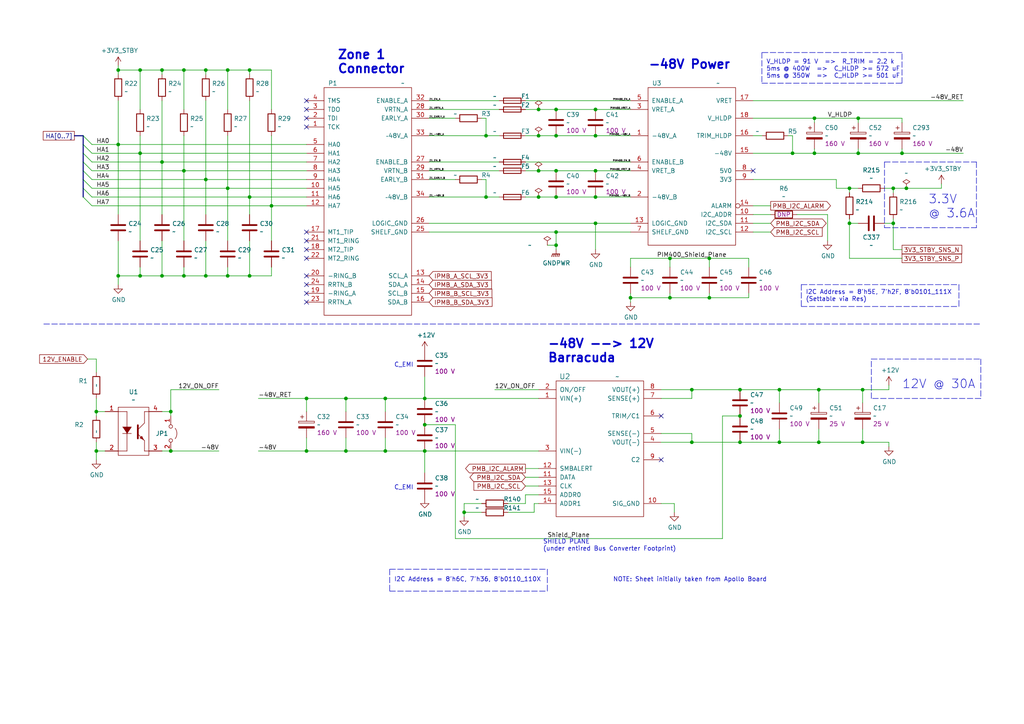
<source format=kicad_sch>
(kicad_sch (version 20211123) (generator eeschema)
  (paper "A4")
  (title_block (title "ATCA ZynqMP") (date "2020-08-20") (rev "v2.0") (company "Karlsruhe Institute of Technology (KIT) & São Paulo Research and Analysis Center (SPRACE)") (comment 1 "Luis Ardila, Oliver Sander, Luigi Calligaris, & André Cascadan"))
  (lib_symbols
    (symbol "Device:C" (pin_numbers hide) (pin_names (offset 0.254))
      (property "Reference" "C" (at 0.635 2.54 0))
      (property "Value" "C" (at 0.635 -2.54 0))
      (symbol "C_1_1"
        (pin passive line (at 0 3.81 270) (length 2.794) (name "~") (number "1"))
        (pin passive line (at 0 -3.81 90) (length 2.794) (name "~") (number "2"))
      )
    )
    (symbol "Device:C_Polarized" (pin_numbers hide) (pin_names (offset 0.254))
      (property "Reference" "C" (at 0.635 2.54 0))
      (property "Value" "C_Polarized" (at 0.635 -2.54 0))
      (symbol "C_Polarized_1_1"
        (pin passive line (at 0 3.81 270) (length 2.794) (name "~") (number "1"))
        (pin passive line (at 0 -3.81 90) (length 2.794) (name "~") (number "2"))
      )
    )
    (symbol "Device:Fuse" (pin_numbers hide) (pin_names (offset 0))
      (property "Reference" "F" (at 2.032 0 90))
      (property "Value" "Fuse" (at -1.905 0 90))
      (symbol "Fuse_1_1"
        (pin passive line (at 0 3.81 270) (length 1.27) (name "~") (number "1"))
        (pin passive line (at 0 -3.81 90) (length 1.27) (name "~") (number "2"))
      )
    )
    (symbol "Device:R" (pin_numbers hide) (pin_names (offset 0))
      (property "Reference" "R" (at 2.032 0 90))
      (property "Value" "R" (at 0 0 90))
      (symbol "R_1_1"
        (pin passive line (at 0 3.81 270) (length 1.27) (name "~") (number "1"))
        (pin passive line (at 0 -3.81 90) (length 1.27) (name "~") (number "2"))
      )
    )
    (symbol "Jumper:Jumper_2_Open" (pin_names (offset 0) hide)
      (property "Reference" "JP" (at 0 2.794 0))
      (property "Value" "Jumper_2_Open" (at 0 -2.286 0))
      (symbol "Jumper_2_Open_1_1"
        (pin passive line (at -5.08 0 0) (length 2.54) (name "A") (number "1"))
        (pin passive line (at 5.08 0 180) (length 2.54) (name "B") (number "2"))
      )
    )
    (symbol "KIT_Connector:TE_176650X-1" (pin_names (offset 1.016))
      (property "Reference" "P10" (at -11.43 -38.1 0))
      (property "Value" "TE_176650X-1" (at 0 -34.29 0))
      (symbol "TE_176650X-1_1_1"
        (pin output line (at -17.78 19.05 0) (length 5.08) (name "TCK") (number "1"))
        (pin output line (at -17.78 1.27 0) (length 5.08) (name "HA5") (number "10"))
        (pin output line (at -17.78 -1.27 0) (length 5.08) (name "HA6") (number "11"))
        (pin output line (at -17.78 -3.81 0) (length 5.08) (name "HA7") (number "12"))
        (pin bidirectional line (at 17.78 -24.13 180) (length 5.08) (name "SCL_A") (number "13"))
        (pin bidirectional line (at 17.78 -26.67 180) (length 5.08) (name "SDA_A") (number "14"))
        (pin bidirectional line (at 17.78 -29.21 180) (length 5.08) (name "SCL_B") (number "15"))
        (pin bidirectional line (at 17.78 -31.75 180) (length 5.08) (name "SDA_B") (number "16"))
        (pin unspecified line (at -17.78 -11.43 0) (length 5.08) (name "MT1_TIP") (number "17"))
        (pin unspecified line (at -17.78 -16.51 0) (length 5.08) (name "MT2_TIP") (number "18"))
        (pin power_out line (at -17.78 -29.21 0) (length 5.08) (name "-RING_A") (number "19"))
        (pin output line (at -17.78 21.59 0) (length 5.08) (name "TDI") (number "2"))
        (pin power_out line (at -17.78 -24.13 0) (length 5.08) (name "-RING_B") (number "20"))
        (pin unspecified line (at -17.78 -13.97 0) (length 5.08) (name "MT1_RING") (number "21"))
        (pin unspecified line (at -17.78 -19.05 0) (length 5.08) (name "MT2_RING") (number "22"))
        (pin power_out line (at -17.78 -31.75 0) (length 5.08) (name "RRTN_A") (number "23"))
        (pin power_out line (at -17.78 -26.67 0) (length 5.08) (name "RRTN_B") (number "24"))
        (pin passive line (at 17.78 -11.43 180) (length 5.08) (name "SHELF_GND") (number "25"))
        (pin passive line (at 17.78 -8.89 180) (length 5.08) (name "LOGIC_GND") (number "26"))
        (pin input line (at 17.78 8.89 180) (length 5.08) (name "ENABLE_B") (number "27"))
        (pin power_out line (at 17.78 24.13 180) (length 5.08) (name "VRTN_A") (number "28"))
        (pin power_out line (at 17.78 6.35 180) (length 5.08) (name "VRTN_B") (number "29"))
        (pin input line (at -17.78 24.13 0) (length 5.08) (name "TDO") (number "3"))
        (pin power_out line (at 17.78 21.59 180) (length 5.08) (name "EARLY_A") (number "30"))
        (pin power_out line (at 17.78 3.81 180) (length 5.08) (name "EARLY_B") (number "31"))
        (pin input line (at 17.78 26.67 180) (length 5.08) (name "ENABLE_A") (number "32"))
        (pin power_out line (at 17.78 16.51 180) (length 5.08) (name "–48V_A") (number "33"))
        (pin power_out line (at 17.78 -1.27 180) (length 5.08) (name "–48V_B") (number "34"))
        (pin output line (at -17.78 26.67 0) (length 5.08) (name "TMS") (number "4"))
        (pin output line (at -17.78 13.97 0) (length 5.08) (name "HA0") (number "5"))
        (pin output line (at -17.78 11.43 0) (length 5.08) (name "HA1") (number "6"))
        (pin output line (at -17.78 8.89 0) (length 5.08) (name "HA2") (number "7"))
        (pin output line (at -17.78 6.35 0) (length 5.08) (name "HA3") (number "8"))
        (pin output line (at -17.78 3.81 0) (length 5.08) (name "HA4") (number "9"))
      )
    )
    (symbol "KIT_Converter_DCDC:PIM400KZ" (pin_names (offset 1.016))
      (property "Reference" "U" (at 12.7 26.67 0))
      (property "Value" "PIM400KZ" (at 6.35 -25.4 0))
      (symbol "PIM400KZ_1_1"
        (pin power_in line (at -17.78 5.08 0) (length 5.08) (name "-48V_A") (number "1"))
        (pin input line (at 17.78 -17.78 180) (length 5.08) (name "I2C_ADDR") (number "10"))
        (pin bidirectional line (at 17.78 -20.32 180) (length 5.08) (name "I2C_SDA") (number "11"))
        (pin input line (at 17.78 -22.86 180) (length 5.08) (name "I2C_SCL") (number "12"))
        (pin passive line (at -17.78 -20.32 0) (length 5.08) (name "LOGIC_GND") (number "13"))
        (pin output inverted (at 17.78 -15.24 180) (length 5.08) (name "ALARM") (number "14"))
        (pin power_out line (at 17.78 0 180) (length 5.08) (name "-48V") (number "15"))
        (pin input line (at 17.78 5.08 180) (length 5.08) (name "TRIM_HLDP") (number "16"))
        (pin power_out line (at 17.78 15.24 180) (length 5.08) (name "VRET") (number "17"))
        (pin input line (at 17.78 10.16 180) (length 5.08) (name "V_HLDP") (number "18"))
        (pin power_in line (at -17.78 -12.7 0) (length 5.08) (name "-48V_B") (number "2"))
        (pin power_in line (at -17.78 12.7 0) (length 5.08) (name "VRET_A") (number "3"))
        (pin power_in line (at -17.78 -5.08 0) (length 5.08) (name "VRET_B") (number "4"))
        (pin input line (at -17.78 15.24 0) (length 5.08) (name "ENABLE_A") (number "5"))
        (pin input line (at -17.78 -2.54 0) (length 5.08) (name "ENABLE_B") (number "6"))
        (pin passive line (at -17.78 -22.86 0) (length 5.08) (name "SHELF_GND") (number "7"))
        (pin power_out line (at 17.78 -5.08 180) (length 5.08) (name "5V0") (number "8"))
        (pin power_out line (at 17.78 -7.62 180) (length 5.08) (name "3V3") (number "9"))
      )
    )
    (symbol "KIT_Converter_DCDC:QBDW033A0B" (pin_names (offset 1.016))
      (property "Reference" "U" (at 5.08 13.97 0))
      (property "Value" "QBDW033A0B" (at 5.08 11.43 0))
      (symbol "QBDW033A0B_1_1"
        (pin power_in line (at 0 5.08 0) (length 5.08) (name "VIN(+)") (number "1"))
        (pin power_in line (at 35.56 -25.4 180) (length 5.08) (name "SIG_GND") (number "10"))
        (pin bidirectional line (at 0 -17.78 0) (length 5.08) (name "DATA") (number "11"))
        (pin bidirectional line (at 0 -15.24 0) (length 5.08) (name "SMBALERT") (number "12"))
        (pin bidirectional line (at 0 -20.32 0) (length 5.08) (name "CLK") (number "13"))
        (pin input line (at 0 -25.4 0) (length 5.08) (name "ADDR1") (number "14"))
        (pin input line (at 0 -22.86 0) (length 5.08) (name "ADDR0") (number "15"))
        (pin input line (at 0 7.62 0) (length 5.08) (name "ON/OFF") (number "2"))
        (pin power_in line (at 0 -10.16 0) (length 5.08) (name "VIN(-)") (number "3"))
        (pin power_in line (at 35.56 -7.62 180) (length 5.08) (name "VOUT(-)") (number "4"))
        (pin power_in line (at 35.56 -5.08 180) (length 5.08) (name "SENSE(-)") (number "5"))
        (pin bidirectional line (at 35.56 0 180) (length 5.08) (name "TRIM/C1") (number "6"))
        (pin power_in line (at 35.56 5.08 180) (length 5.08) (name "SENSE(+)") (number "7"))
        (pin power_out line (at 35.56 7.62 180) (length 5.08) (name "VOUT(+)") (number "8"))
        (pin bidirectional line (at 35.56 -12.7 180) (length 5.08) (name "C2") (number "9"))
      )
    )
    (symbol "KIT_Isolator:EL3H7-G" (pin_names (offset 1.016))
      (property "Reference" "U" (at 11.43 7.62 0))
      (property "Value" "EL3H7-G" (at 1.27 -8.89 0))
      (symbol "EL3H7-G_1_1"
        (pin passive line (at -7.62 5.08 0) (length 3.81) (name "~") (number "1"))
        (pin passive line (at -7.62 -6.35 0) (length 3.81) (name "~") (number "2"))
        (pin passive line (at 8.89 -6.35 180) (length 3.81) (name "~") (number "3"))
        (pin passive line (at 8.89 5.08 180) (length 3.81) (name "~") (number "4"))
      )
    )
    (symbol "KIT_Power:+3V3_STBY" (power) (pin_names (offset 0))
      (property "Value" "+3V3_STBY" (at 0 3.556 0))
      (symbol "+3V3_STBY_1_1"
        (pin power_in line (at 0 0 90) (length 0) hide (name "+3V3_STBY") (number "1"))
      )
    )
    (symbol "power:+12V" (power) (pin_names (offset 0))
      (property "Value" "+12V" (at 0 3.556 0))
      (symbol "+12V_1_1"
        (pin power_in line (at 0 0 90) (length 0) hide (name "+12V") (number "1"))
      )
    )
    (symbol "power:GND" (power) (pin_names (offset 0))
      (property "Value" "GND" (at 0 -3.81 0))
      (symbol "GND_1_1"
        (pin power_in line (at 0 0 270) (length 0) hide (name "GND") (number "1"))
      )
    )
    (symbol "power:GNDPWR" (power) (pin_names (offset 0))
      (property "Value" "GNDPWR" (at 0 -3.302 0))
      (symbol "GNDPWR_1_1"
        (pin power_in line (at 0 0 270) (length 0) hide (name "GNDPWR") (number "1"))
      )
    )
    (symbol "power:PWR_FLAG" (power) (pin_numbers hide) (pin_names (offset 0) hide)
      (property "Value" "PWR_FLAG" (at 0 3.81 0))
      (symbol "PWR_FLAG_0_0"
        (pin power_out line (at 0 0 90) (length 0) (name "pwr") (number "1"))
      )
    )
  )
  (junction (at 34.29 41.91))
  (junction (at 78.74 59.69))
  (junction (at 140.97 57.15))
  (junction (at 123.19 115.57))
  (junction (at 172.72 49.53))
  (junction (at 40.64 44.45))
  (junction (at 134.62 148.59))
  (junction (at 262.89 54.61))
  (junction (at 246.38 54.61))
  (junction (at 248.92 34.29))
  (junction (at 111.76 115.57))
  (junction (at 88.9 130.81))
  (junction (at 205.74 74.93))
  (junction (at 205.74 86.36))
  (junction (at 250.19 128.27))
  (junction (at 172.72 31.75))
  (junction (at 161.29 31.75))
  (junction (at 40.64 20.32))
  (junction (at 172.72 39.37))
  (junction (at 66.04 80.01))
  (junction (at 214.63 128.27))
  (junction (at 161.29 67.31))
  (junction (at 259.08 54.61))
  (junction (at 53.34 80.01))
  (junction (at 161.29 71.12))
  (junction (at 34.29 80.01))
  (junction (at 161.29 57.15))
  (junction (at 100.33 130.81))
  (junction (at 53.34 20.32))
  (junction (at 194.31 74.93))
  (junction (at 123.19 130.81))
  (junction (at 200.66 113.03))
  (junction (at 194.31 86.36))
  (junction (at 156.21 49.53))
  (junction (at 40.64 80.01))
  (junction (at 259.08 64.77))
  (junction (at 161.29 49.53))
  (junction (at 66.04 20.32))
  (junction (at 226.06 113.03))
  (junction (at 72.39 57.15))
  (junction (at 59.69 52.07))
  (junction (at 261.62 44.45))
  (junction (at 182.88 86.36))
  (junction (at 236.22 34.29))
  (junction (at 200.66 128.27))
  (junction (at 156.21 31.75))
  (junction (at 214.63 113.03))
  (junction (at 123.19 123.19))
  (junction (at 46.99 20.32))
  (junction (at 172.72 64.77))
  (junction (at 140.97 39.37))
  (junction (at 156.21 39.37))
  (junction (at 59.69 20.32))
  (junction (at 66.04 54.61))
  (junction (at 172.72 57.15))
  (junction (at 237.49 113.03))
  (junction (at 100.33 115.57))
  (junction (at 226.06 128.27))
  (junction (at 46.99 80.01))
  (junction (at 236.22 44.45))
  (junction (at 237.49 128.27))
  (junction (at 34.29 20.32))
  (junction (at 111.76 130.81))
  (junction (at 246.38 64.77))
  (junction (at 49.53 119.38))
  (junction (at 250.19 113.03))
  (junction (at 46.99 46.99))
  (junction (at 49.53 130.81))
  (junction (at 27.94 130.81))
  (junction (at 27.94 119.38))
  (junction (at 248.92 44.45))
  (junction (at 53.34 49.53))
  (junction (at 214.63 120.65))
  (junction (at 161.29 39.37))
  (junction (at 229.87 44.45))
  (junction (at 59.69 80.01))
  (junction (at 72.39 20.32))
  (junction (at 156.21 57.15))
  (junction (at 72.39 80.01))
  (junction (at 88.9 115.57))
  (no_connect (at 88.9 82.55))
  (no_connect (at 191.77 133.35))
  (no_connect (at 88.9 67.31))
  (no_connect (at 88.9 74.93))
  (no_connect (at 88.9 85.09))
  (no_connect (at 88.9 34.29))
  (no_connect (at 191.77 120.65))
  (no_connect (at 218.44 49.53))
  (no_connect (at 88.9 80.01))
  (no_connect (at 88.9 87.63))
  (no_connect (at 88.9 69.85))
  (no_connect (at 88.9 72.39))
  (no_connect (at 88.9 31.75))
  (no_connect (at 88.9 36.83))
  (no_connect (at 88.9 29.21))
  (bus_entry (at 26.67 41.91) (size -2.54 -2.54))
  (bus_entry (at 26.67 44.45) (size -2.54 -2.54))
  (bus_entry (at 26.67 46.99) (size -2.54 -2.54))
  (bus_entry (at 26.67 54.61) (size -2.54 -2.54))
  (bus_entry (at 26.67 57.15) (size -2.54 -2.54))
  (bus_entry (at 26.67 52.07) (size -2.54 -2.54))
  (bus_entry (at 26.67 59.69) (size -2.54 -2.54))
  (bus_entry (at 26.67 49.53) (size -2.54 -2.54))
  (wire (pts (xy 152.4 138.43) (xy 156.21 138.43)))
  (wire (pts (xy 34.29 20.32) (xy 40.64 20.32)))
  (wire (pts (xy 66.04 80.01) (xy 59.69 80.01)))
  (wire (pts (xy 78.74 20.32) (xy 78.74 31.75)))
  (wire (pts (xy 209.55 120.65) (xy 214.63 120.65)))
  (wire (pts (xy 100.33 119.38) (xy 100.33 115.57)))
  (wire (pts (xy 194.31 86.36) (xy 182.88 86.36)))
  (wire (pts (xy 27.94 130.81) (xy 30.48 130.81)))
  (wire (pts (xy 194.31 77.47) (xy 194.31 74.93)))
  (wire (pts (xy 226.06 124.46) (xy 226.06 128.27)))
  (wire (pts (xy 46.99 62.23) (xy 46.99 46.99)))
  (wire (pts (xy 46.99 130.81) (xy 49.53 130.81)))
  (wire (pts (xy 124.46 57.15) (xy 140.97 57.15)))
  (wire (pts (xy 194.31 85.09) (xy 194.31 86.36)))
  (wire (pts (xy 46.99 29.21) (xy 46.99 46.99)))
  (wire (pts (xy 134.62 148.59) (xy 134.62 146.05)))
  (wire (pts (xy 161.29 67.31) (xy 182.88 67.31)))
  (wire (pts (xy 34.29 19.05) (xy 34.29 20.32)))
  (wire (pts (xy 236.22 43.18) (xy 236.22 44.45)))
  (wire (pts (xy 156.21 49.53) (xy 161.29 49.53)))
  (wire (pts (xy 259.08 72.39) (xy 261.62 72.39)))
  (wire (pts (xy 152.4 39.37) (xy 156.21 39.37)))
  (wire (pts (xy 209.55 156.21) (xy 209.55 120.65)))
  (wire (pts (xy 124.46 52.07) (xy 132.08 52.07)))
  (wire (pts (xy 53.34 77.47) (xy 53.34 80.01)))
  (wire (pts (xy 195.58 146.05) (xy 191.77 146.05)))
  (wire (pts (xy 200.66 128.27) (xy 214.63 128.27)))
  (wire (pts (xy 156.21 57.15) (xy 161.29 57.15)))
  (wire (pts (xy 27.94 115.57) (xy 27.94 119.38)))
  (wire (pts (xy 218.44 29.21) (xy 279.4 29.21)))
  (wire (pts (xy 172.72 31.75) (xy 182.88 31.75)))
  (wire (pts (xy 172.72 49.53) (xy 182.88 49.53)))
  (wire (pts (xy 172.72 57.15) (xy 182.88 57.15)))
  (wire (pts (xy 72.39 20.32) (xy 78.74 20.32)))
  (wire (pts (xy 246.38 54.61) (xy 248.92 54.61)))
  (wire (pts (xy 72.39 62.23) (xy 72.39 57.15)))
  (polyline (pts (xy 252.73 115.57) (xy 252.73 104.14)))
  (wire (pts (xy 46.99 46.99) (xy 88.9 46.99)))
  (polyline (pts (xy 256.54 66.04) (xy 283.21 66.04)))
  (wire (pts (xy 123.19 115.57) (xy 156.21 115.57)))
  (wire (pts (xy 30.48 119.38) (xy 27.94 119.38)))
  (wire (pts (xy 124.46 31.75) (xy 144.78 31.75)))
  (wire (pts (xy 88.9 130.81) (xy 100.33 130.81)))
  (wire (pts (xy 250.19 124.46) (xy 250.19 128.27)))
  (wire (pts (xy 152.4 135.89) (xy 156.21 135.89)))
  (polyline (pts (xy 113.03 171.45) (xy 158.75 171.45)))
  (wire (pts (xy 100.33 127) (xy 100.33 130.81)))
  (polyline (pts (xy 283.21 46.99) (xy 283.21 66.04)))
  (wire (pts (xy 72.39 29.21) (xy 72.39 57.15)))
  (wire (pts (xy 124.46 39.37) (xy 140.97 39.37)))
  (wire (pts (xy 195.58 148.59) (xy 195.58 146.05)))
  (wire (pts (xy 66.04 39.37) (xy 66.04 54.61)))
  (polyline (pts (xy 261.62 15.24) (xy 220.98 15.24)))
  (wire (pts (xy 26.67 41.91) (xy 34.29 41.91)))
  (wire (pts (xy 237.49 124.46) (xy 237.49 128.27)))
  (wire (pts (xy 78.74 59.69) (xy 88.9 59.69)))
  (wire (pts (xy 123.19 109.22) (xy 123.19 115.57)))
  (wire (pts (xy 40.64 31.75) (xy 40.64 20.32)))
  (wire (pts (xy 229.87 44.45) (xy 236.22 44.45)))
  (wire (pts (xy 152.4 49.53) (xy 156.21 49.53)))
  (wire (pts (xy 226.06 113.03) (xy 237.49 113.03)))
  (wire (pts (xy 200.66 113.03) (xy 214.63 113.03)))
  (wire (pts (xy 140.97 34.29) (xy 140.97 39.37)))
  (wire (pts (xy 53.34 20.32) (xy 59.69 20.32)))
  (bus (pts (xy 24.13 52.07) (xy 24.13 54.61)))
  (wire (pts (xy 27.94 119.38) (xy 27.94 120.65)))
  (polyline (pts (xy 220.98 24.13) (xy 261.62 24.13)))
  (wire (pts (xy 59.69 29.21) (xy 59.69 52.07)))
  (wire (pts (xy 134.62 149.86) (xy 134.62 148.59)))
  (wire (pts (xy 218.44 62.23) (xy 223.52 62.23)))
  (wire (pts (xy 152.4 143.51) (xy 152.4 146.05)))
  (wire (pts (xy 27.94 104.14) (xy 27.94 107.95)))
  (wire (pts (xy 217.17 85.09) (xy 217.17 86.36)))
  (wire (pts (xy 26.67 49.53) (xy 53.34 49.53)))
  (wire (pts (xy 34.29 62.23) (xy 34.29 41.91)))
  (wire (pts (xy 248.92 43.18) (xy 248.92 44.45)))
  (wire (pts (xy 240.03 62.23) (xy 240.03 69.85)))
  (wire (pts (xy 66.04 20.32) (xy 72.39 20.32)))
  (wire (pts (xy 242.57 54.61) (xy 242.57 52.07)))
  (wire (pts (xy 132.08 156.21) (xy 209.55 156.21)))
  (wire (pts (xy 259.08 55.88) (xy 259.08 54.61)))
  (wire (pts (xy 152.4 146.05) (xy 147.32 146.05)))
  (wire (pts (xy 26.67 59.69) (xy 78.74 59.69)))
  (wire (pts (xy 140.97 52.07) (xy 139.7 52.07)))
  (wire (pts (xy 226.06 128.27) (xy 237.49 128.27)))
  (wire (pts (xy 156.21 143.51) (xy 152.4 143.51)))
  (wire (pts (xy 237.49 116.84) (xy 237.49 113.03)))
  (wire (pts (xy 256.54 64.77) (xy 259.08 64.77)))
  (wire (pts (xy 182.88 77.47) (xy 182.88 74.93)))
  (wire (pts (xy 88.9 127) (xy 88.9 130.81)))
  (wire (pts (xy 124.46 34.29) (xy 132.08 34.29)))
  (polyline (pts (xy 252.73 104.14) (xy 284.48 104.14)))
  (wire (pts (xy 40.64 69.85) (xy 40.64 44.45)))
  (wire (pts (xy 256.54 54.61) (xy 259.08 54.61)))
  (wire (pts (xy 140.97 39.37) (xy 144.78 39.37)))
  (wire (pts (xy 154.94 146.05) (xy 154.94 148.59)))
  (wire (pts (xy 40.64 39.37) (xy 40.64 44.45)))
  (wire (pts (xy 74.93 115.57) (xy 88.9 115.57)))
  (wire (pts (xy 191.77 115.57) (xy 200.66 115.57)))
  (wire (pts (xy 66.04 69.85) (xy 66.04 54.61)))
  (wire (pts (xy 34.29 80.01) (xy 34.29 82.55)))
  (wire (pts (xy 53.34 80.01) (xy 46.99 80.01)))
  (wire (pts (xy 182.88 74.93) (xy 194.31 74.93)))
  (wire (pts (xy 194.31 74.93) (xy 205.74 74.93)))
  (wire (pts (xy 217.17 86.36) (xy 205.74 86.36)))
  (wire (pts (xy 123.19 130.81) (xy 156.21 130.81)))
  (wire (pts (xy 111.76 127) (xy 111.76 130.81)))
  (wire (pts (xy 218.44 59.69) (xy 223.52 59.69)))
  (wire (pts (xy 172.72 64.77) (xy 172.72 72.39)))
  (wire (pts (xy 46.99 21.59) (xy 46.99 20.32)))
  (bus (pts (xy 24.13 46.99) (xy 24.13 49.53)))
  (wire (pts (xy 72.39 57.15) (xy 88.9 57.15)))
  (wire (pts (xy 40.64 77.47) (xy 40.64 80.01)))
  (wire (pts (xy 161.29 71.12) (xy 161.29 67.31)))
  (polyline (pts (xy 232.41 82.55) (xy 232.41 88.9)))
  (bus (pts (xy 21.59 39.37) (xy 24.13 39.37)))
  (wire (pts (xy 156.21 146.05) (xy 154.94 146.05)))
  (polyline (pts (xy 232.41 88.9) (xy 278.13 88.9)))
  (wire (pts (xy 226.06 116.84) (xy 226.06 113.03)))
  (wire (pts (xy 124.46 67.31) (xy 161.29 67.31)))
  (wire (pts (xy 59.69 52.07) (xy 88.9 52.07)))
  (wire (pts (xy 59.69 80.01) (xy 53.34 80.01)))
  (wire (pts (xy 229.87 39.37) (xy 229.87 44.45)))
  (wire (pts (xy 156.21 39.37) (xy 161.29 39.37)))
  (wire (pts (xy 237.49 113.03) (xy 250.19 113.03)))
  (wire (pts (xy 40.64 44.45) (xy 88.9 44.45)))
  (wire (pts (xy 261.62 43.18) (xy 261.62 44.45)))
  (wire (pts (xy 27.94 133.35) (xy 27.94 130.81)))
  (wire (pts (xy 236.22 34.29) (xy 248.92 34.29)))
  (wire (pts (xy 152.4 140.97) (xy 156.21 140.97)))
  (wire (pts (xy 259.08 54.61) (xy 262.89 54.61)))
  (wire (pts (xy 172.72 39.37) (xy 182.88 39.37)))
  (wire (pts (xy 250.19 116.84) (xy 250.19 113.03)))
  (wire (pts (xy 161.29 72.39) (xy 161.29 71.12)))
  (wire (pts (xy 191.77 113.03) (xy 200.66 113.03)))
  (wire (pts (xy 273.05 53.34) (xy 273.05 54.61)))
  (wire (pts (xy 140.97 52.07) (xy 140.97 57.15)))
  (wire (pts (xy 66.04 80.01) (xy 72.39 80.01)))
  (wire (pts (xy 59.69 69.85) (xy 59.69 80.01)))
  (wire (pts (xy 46.99 119.38) (xy 49.53 119.38)))
  (wire (pts (xy 231.14 62.23) (xy 240.03 62.23)))
  (wire (pts (xy 205.74 85.09) (xy 205.74 86.36)))
  (wire (pts (xy 237.49 128.27) (xy 250.19 128.27)))
  (wire (pts (xy 59.69 62.23) (xy 59.69 52.07)))
  (wire (pts (xy 218.44 52.07) (xy 242.57 52.07)))
  (wire (pts (xy 152.4 46.99) (xy 182.88 46.99)))
  (wire (pts (xy 100.33 115.57) (xy 111.76 115.57)))
  (wire (pts (xy 236.22 44.45) (xy 248.92 44.45)))
  (wire (pts (xy 261.62 34.29) (xy 261.62 35.56)))
  (wire (pts (xy 59.69 20.32) (xy 66.04 20.32)))
  (wire (pts (xy 124.46 49.53) (xy 144.78 49.53)))
  (wire (pts (xy 46.99 69.85) (xy 46.99 80.01)))
  (wire (pts (xy 248.92 34.29) (xy 261.62 34.29)))
  (wire (pts (xy 53.34 49.53) (xy 88.9 49.53)))
  (wire (pts (xy 152.4 31.75) (xy 156.21 31.75)))
  (wire (pts (xy 123.19 137.16) (xy 123.19 130.81)))
  (wire (pts (xy 66.04 77.47) (xy 66.04 80.01)))
  (wire (pts (xy 200.66 115.57) (xy 200.66 113.03)))
  (wire (pts (xy 242.57 54.61) (xy 246.38 54.61)))
  (wire (pts (xy 40.64 20.32) (xy 46.99 20.32)))
  (wire (pts (xy 214.63 128.27) (xy 226.06 128.27)))
  (wire (pts (xy 218.44 39.37) (xy 220.98 39.37)))
  (wire (pts (xy 53.34 69.85) (xy 53.34 49.53)))
  (polyline (pts (xy 256.54 46.99) (xy 283.21 46.99)))
  (wire (pts (xy 111.76 130.81) (xy 123.19 130.81)))
  (wire (pts (xy 26.67 44.45) (xy 40.64 44.45)))
  (wire (pts (xy 88.9 115.57) (xy 100.33 115.57)))
  (polyline (pts (xy 284.48 104.14) (xy 284.48 115.57)))
  (wire (pts (xy 34.29 69.85) (xy 34.29 80.01)))
  (polyline (pts (xy 113.03 165.1) (xy 158.75 165.1)))
  (wire (pts (xy 124.46 64.77) (xy 172.72 64.77)))
  (wire (pts (xy 111.76 119.38) (xy 111.76 115.57)))
  (polyline (pts (xy 220.98 15.24) (xy 220.98 24.13)))
  (bus (pts (xy 24.13 39.37) (xy 24.13 41.91)))
  (wire (pts (xy 26.67 54.61) (xy 66.04 54.61)))
  (wire (pts (xy 182.88 86.36) (xy 182.88 87.63)))
  (wire (pts (xy 26.67 57.15) (xy 72.39 57.15)))
  (wire (pts (xy 257.81 128.27) (xy 257.81 129.54)))
  (wire (pts (xy 27.94 128.27) (xy 27.94 130.81)))
  (wire (pts (xy 49.53 119.38) (xy 49.53 120.65)))
  (wire (pts (xy 49.53 113.03) (xy 63.5 113.03)))
  (wire (pts (xy 261.62 44.45) (xy 279.4 44.45)))
  (wire (pts (xy 78.74 69.85) (xy 78.74 59.69)))
  (polyline (pts (xy 261.62 24.13) (xy 261.62 15.24)))
  (wire (pts (xy 205.74 77.47) (xy 205.74 74.93)))
  (wire (pts (xy 25.4 104.14) (xy 27.94 104.14)))
  (wire (pts (xy 152.4 29.21) (xy 182.88 29.21)))
  (wire (pts (xy 143.51 113.03) (xy 156.21 113.03)))
  (wire (pts (xy 161.29 39.37) (xy 172.72 39.37)))
  (bus (pts (xy 24.13 49.53) (xy 24.13 52.07)))
  (wire (pts (xy 156.21 31.75) (xy 161.29 31.75)))
  (wire (pts (xy 139.7 148.59) (xy 134.62 148.59)))
  (wire (pts (xy 246.38 64.77) (xy 246.38 74.93)))
  (polyline (pts (xy 158.75 165.1) (xy 158.75 171.45)))
  (wire (pts (xy 132.08 123.19) (xy 132.08 156.21)))
  (polyline (pts (xy 113.03 165.1) (xy 113.03 171.45)))
  (wire (pts (xy 182.88 85.09) (xy 182.88 86.36)))
  (wire (pts (xy 158.75 71.12) (xy 161.29 71.12)))
  (wire (pts (xy 88.9 119.38) (xy 88.9 115.57)))
  (wire (pts (xy 236.22 35.56) (xy 236.22 34.29)))
  (wire (pts (xy 140.97 34.29) (xy 139.7 34.29)))
  (polyline (pts (xy 12.7 93.98) (xy 284.48 93.98)))
  (wire (pts (xy 161.29 31.75) (xy 172.72 31.75)))
  (wire (pts (xy 66.04 54.61) (xy 88.9 54.61)))
  (wire (pts (xy 26.67 52.07) (xy 59.69 52.07)))
  (wire (pts (xy 262.89 54.61) (xy 273.05 54.61)))
  (wire (pts (xy 124.46 46.99) (xy 144.78 46.99)))
  (polyline (pts (xy 278.13 82.55) (xy 278.13 88.9)))
  (wire (pts (xy 250.19 113.03) (xy 257.81 113.03)))
  (wire (pts (xy 111.76 115.57) (xy 123.19 115.57)))
  (wire (pts (xy 214.63 113.03) (xy 226.06 113.03)))
  (wire (pts (xy 124.46 29.21) (xy 144.78 29.21)))
  (wire (pts (xy 259.08 64.77) (xy 259.08 63.5)))
  (wire (pts (xy 34.29 21.59) (xy 34.29 20.32)))
  (wire (pts (xy 172.72 64.77) (xy 182.88 64.77)))
  (wire (pts (xy 140.97 57.15) (xy 144.78 57.15)))
  (wire (pts (xy 246.38 54.61) (xy 246.38 55.88)))
  (wire (pts (xy 40.64 80.01) (xy 34.29 80.01)))
  (wire (pts (xy 72.39 69.85) (xy 72.39 80.01)))
  (wire (pts (xy 100.33 130.81) (xy 111.76 130.81)))
  (wire (pts (xy 161.29 57.15) (xy 172.72 57.15)))
  (wire (pts (xy 154.94 148.59) (xy 147.32 148.59)))
  (wire (pts (xy 246.38 64.77) (xy 248.92 64.77)))
  (wire (pts (xy 217.17 74.93) (xy 217.17 77.47)))
  (bus (pts (xy 24.13 44.45) (xy 24.13 46.99)))
  (wire (pts (xy 228.6 39.37) (xy 229.87 39.37)))
  (bus (pts (xy 24.13 54.61) (xy 24.13 57.15)))
  (wire (pts (xy 34.29 29.21) (xy 34.29 41.91)))
  (wire (pts (xy 218.44 67.31) (xy 223.52 67.31)))
  (wire (pts (xy 161.29 49.53) (xy 172.72 49.53)))
  (wire (pts (xy 248.92 35.56) (xy 248.92 34.29)))
  (wire (pts (xy 46.99 80.01) (xy 40.64 80.01)))
  (wire (pts (xy 72.39 80.01) (xy 78.74 80.01)))
  (wire (pts (xy 123.19 123.19) (xy 132.08 123.19)))
  (wire (pts (xy 205.74 74.93) (xy 217.17 74.93)))
  (wire (pts (xy 46.99 20.32) (xy 53.34 20.32)))
  (wire (pts (xy 49.53 130.81) (xy 63.5 130.81)))
  (polyline (pts (xy 284.48 115.57) (xy 252.73 115.57)))
  (wire (pts (xy 53.34 31.75) (xy 53.34 20.32)))
  (wire (pts (xy 246.38 74.93) (xy 261.62 74.93)))
  (wire (pts (xy 74.93 130.81) (xy 88.9 130.81)))
  (wire (pts (xy 53.34 39.37) (xy 53.34 49.53)))
  (wire (pts (xy 191.77 128.27) (xy 200.66 128.27)))
  (wire (pts (xy 218.44 44.45) (xy 229.87 44.45)))
  (wire (pts (xy 191.77 125.73) (xy 200.66 125.73)))
  (wire (pts (xy 246.38 63.5) (xy 246.38 64.77)))
  (bus (pts (xy 24.13 41.91) (xy 24.13 44.45)))
  (wire (pts (xy 152.4 57.15) (xy 156.21 57.15)))
  (polyline (pts (xy 256.54 46.99) (xy 256.54 66.04)))
  (wire (pts (xy 200.66 125.73) (xy 200.66 128.27)))
  (wire (pts (xy 26.67 46.99) (xy 46.99 46.99)))
  (wire (pts (xy 257.81 113.03) (xy 257.81 111.76)))
  (wire (pts (xy 72.39 20.32) (xy 72.39 21.59)))
  (polyline (pts (xy 232.41 82.55) (xy 278.13 82.55)))
  (wire (pts (xy 218.44 64.77) (xy 223.52 64.77)))
  (wire (pts (xy 250.19 128.27) (xy 257.81 128.27)))
  (wire (pts (xy 34.29 41.91) (xy 88.9 41.91)))
  (wire (pts (xy 134.62 146.05) (xy 139.7 146.05)))
  (wire (pts (xy 205.74 86.36) (xy 194.31 86.36)))
  (wire (pts (xy 59.69 21.59) (xy 59.69 20.32)))
  (wire (pts (xy 248.92 44.45) (xy 261.62 44.45)))
  (wire (pts (xy 66.04 31.75) (xy 66.04 20.32)))
  (wire (pts (xy 218.44 34.29) (xy 236.22 34.29)))
  (wire (pts (xy 259.08 64.77) (xy 259.08 72.39)))
  (wire (pts (xy 78.74 39.37) (xy 78.74 59.69)))
  (wire (pts (xy 78.74 77.47) (xy 78.74 80.01)))
  (wire (pts (xy 49.53 113.03) (xy 49.53 119.38)))
  (text "SHIELD PLANE\n(under entired Bus Converter Footprint)" (at 157.48 160.02 0) (effects (font (size 1.27 1.27)) (justify left bottom)))
  (text "3.3V \n@ 3.6A " (at 269.24 63.5 0) (effects (font (size 2.54 2.54)) (justify left bottom)))
  (text "-48V Power" (at 187.96 20.32 0) (effects (font (size 2.54 2.54) (thickness 0.508) bold) (justify left bottom)))
  (text "12V @ 30A " (at 261.62 113.03 0) (effects (font (size 2.54 2.54)) (justify left bottom)))
  (text "Zone 1 \nConnector" (at 97.79 21.59 0) (effects (font (size 2.54 2.54) (thickness 0.508) bold) (justify left bottom)))
  (text "NOTE: Sheet initially taken from Apollo Board" (at 177.8 168.91 0) (effects (font (size 1.27 1.27)) (justify left bottom)))
  (text "C_EMI" (at 114.3 106.68 0) (effects (font (size 1.27 1.27)) (justify left bottom)))
  (text "I2C Address = 8'h5E, 7'h2F, 8'b0101_111X\n(Settable via Res)" (at 233.68 87.63 0) (effects (font (size 1.27 1.27)) (justify left bottom)))
  (text "-48V --> 12V\nBarracuda" (at 158.75 105.41 0) (effects (font (size 2.54 2.54) (thickness 0.508) bold) (justify left bottom)))
  (text "I2C Address = 8'h6C, 7'h36, 8'b0110_110X" (at 114.3 168.91 0) (effects (font (size 1.27 1.27)) (justify left bottom)))
  (text "C_EMI" (at 114.3 142.24 0) (effects (font (size 1.27 1.27)) (justify left bottom)))
  (text "V_HLDP = 91 V  =>  R_TRIM = 2.2 k\n5ms @ 400W  =>  C_HLDP >= 572 uF\n5ms @ 350W  =>  C_HLDP >= 501 uF" (at 222.25 22.86 0) (effects (font (size 1.27 1.27)) (justify left bottom)))
  (label "HA5" (at 27.94 54.61 0))
  (label "Z1_VRTN_B" (at 124.46 49.53 0) (effects (font (size 0.508 0.508))))
  (label "-48V_RET" (at 279.4 29.21 180))
  (label "-48V" (at 279.4 44.45 180))
  (label "HA2" (at 27.94 46.99 0))
  (label "PIM400_-48V_A" (at 182.88 39.37 180) (effects (font (size 0.508 0.508))))
  (label "Z1_-48V_A" (at 124.46 39.37 0) (effects (font (size 0.508 0.508))))
  (label "PIM400_EN_A" (at 182.88 29.21 180) (effects (font (size 0.508 0.508))))
  (label "Z1_EARLY_B" (at 124.46 52.07 0) (effects (font (size 0.508 0.508))))
  (label "HA4" (at 27.94 52.07 0))
  (label "HA0" (at 27.94 41.91 0))
  (label "-48V" (at 63.5 130.81 180))
  (label "PIM400_EN_B" (at 182.88 46.99 180) (effects (font (size 0.508 0.508))))
  (label "12V_ON_OFF" (at 63.5 113.03 180))
  (label "Shield_Plane" (at 158.75 156.21 0))
  (label "-48V_RET" (at 74.93 115.57 0))
  (label "HA1" (at 27.94 44.45 0))
  (label "PIM400_VRET_B" (at 182.88 49.53 180) (effects (font (size 0.508 0.508))))
  (label "PIM400_VRET_A" (at 182.88 31.75 180) (effects (font (size 0.508 0.508))))
  (label "PIM400_-48V_B" (at 182.88 57.15 180) (effects (font (size 0.508 0.508))))
  (label "V_HLDP" (at 240.03 34.29 0))
  (label "HA7" (at 27.94 59.69 0))
  (label "HA6" (at 27.94 57.15 0))
  (label "Z1_-48V_B" (at 124.46 57.15 0) (effects (font (size 0.508 0.508))))
  (label "12V_ON_OFF" (at 143.51 113.03 0))
  (label "Z1_EN_B" (at 124.46 46.99 0) (effects (font (size 0.508 0.508))))
  (label "Z1_EARLY_A" (at 124.46 34.29 0) (effects (font (size 0.508 0.508))))
  (label "HA3" (at 27.94 49.53 0))
  (label "Z1_EN_A" (at 124.46 29.21 0) (effects (font (size 0.508 0.508))))
  (label "-48V" (at 74.93 130.81 0))
  (label "Z1_VRTN_A" (at 124.46 31.75 0) (effects (font (size 0.508 0.508))))
  (label "PIM400_Shield_Plane" (at 190.5 74.93 0))
  (global_label "IPMB_B_SCL_3V3" (shape input) (at 124.46 85.09 0) (property "Intersheet References" "${INTERSHEET_REFS}" (effects hide)))
  (global_label "PMB_I2C_ALARM" (shape output) (at 152.4 135.89 180) (property "Intersheet References" "${INTERSHEET_REFS}" (effects hide)))
  (global_label "PMB_I2C_SCL" (shape input) (at 152.4 140.97 180) (property "Intersheet References" "${INTERSHEET_REFS}" (effects hide)))
  (global_label "3V3_STBY_SNS_P" (shape passive) (at 261.62 74.93 0) (property "Intersheet References" "${INTERSHEET_REFS}" (effects hide)))
  (global_label "PMB_I2C_SCL" (shape input) (at 223.52 67.31 0) (property "Intersheet References" "${INTERSHEET_REFS}" (effects hide)))
  (global_label "HA[0..7]" (shape passive) (at 21.59 39.37 180) (property "Intersheet References" "${INTERSHEET_REFS}" (effects hide)))
  (global_label "12V_ENABLE" (shape input) (at 25.4 104.14 180) (property "Intersheet References" "${INTERSHEET_REFS}" (effects hide)))
  (global_label "3V3_STBY_SNS_N" (shape passive) (at 261.62 72.39 0) (property "Intersheet References" "${INTERSHEET_REFS}" (effects hide)))
  (global_label "IPMB_A_SDA_3V3" (shape input) (at 124.46 82.55 0) (property "Intersheet References" "${INTERSHEET_REFS}" (effects hide)))
  (global_label "PMB_I2C_SDA" (shape bidirectional) (at 152.4 138.43 180) (property "Intersheet References" "${INTERSHEET_REFS}" (effects hide)))
  (global_label "PMB_I2C_SDA" (shape bidirectional) (at 223.52 64.77 0) (property "Intersheet References" "${INTERSHEET_REFS}" (effects hide)))
  (global_label "PMB_I2C_ALARM" (shape output) (at 223.52 59.69 0) (property "Intersheet References" "${INTERSHEET_REFS}" (effects hide)))
  (global_label "IPMB_B_SDA_3V3" (shape input) (at 124.46 87.63 0) (property "Intersheet References" "${INTERSHEET_REFS}" (effects hide)))
  (global_label "IPMB_A_SCL_3V3" (shape input) (at 124.46 80.01 0) (property "Intersheet References" "${INTERSHEET_REFS}" (effects hide)))
  (symbol (lib_id "KIT_Connector:TE_176650X-1") (at 106.68 55.88 0) (unit 1)
    (property "Reference" "P1" (at 96.52 24.13 0))
    (property "Value" "~" (at 116.84 24.13 0))
    (property "Footprint" "KIT_Connector:TE_1766500-1" (effects hide))
    (property "Datasheet" "https://www.te.com/commerce/DocumentDelivery/DDEController?Action=srchrtrv&DocNm=1766500&DocType=Customer+Drawing&DocLang=English" (effects hide))
    (property "digikey#" "1766500-1-ND" (effects hide))
    (property "manf" "TE Connectivity AMP Connectors" (effects hide))
    (property "manf#" "1766500-1" (effects hide))
  )
  (symbol (lib_id "Device:R") (at 135.89 34.29 270) (unit 1)
    (property "Reference" "R3" (at 140.97 33.02 90))
    (property "Value" "~" (at 132.08 33.02 90))
    (property "digikey#" "RMCF2512JT15R0DKR-ND" (effects hide))
    (property "manf" "Stackpole Electronics Inc" (effects hide))
    (property "manf#" "RMCF2512JT15R0" (effects hide))
  )
  (symbol (lib_id "Device:Fuse") (at 148.59 29.21 270) (unit 1)
    (property "Reference" "F1" (at 152.4 27.94 90))
    (property "Value" "~" (at 143.51 27.94 90))
    (property "Footprint" "KIT_Fuse:SM2410" (effects hide))
    (property "digikey#" "507-1965-1-ND" (effects hide))
    (property "manf" "Bel Fuse Inc." (effects hide))
    (property "manf#" "0679L1000-01" (effects hide))
  )
  (symbol (lib_id "Device:R") (at 135.89 52.07 270) (unit 1)
    (property "Reference" "R4" (at 140.97 50.8 90))
    (property "Value" "~" (at 132.08 50.8 90))
    (property "digikey#" "RMCF2512JT15R0DKR-ND" (effects hide))
    (property "manf" "Stackpole Electronics Inc" (effects hide))
    (property "manf#" "RMCF2512JT15R0" (effects hide))
  )
  (symbol (lib_id "Device:R") (at 224.79 39.37 270) (unit 1)
    (property "Reference" "R5" (at 229.87 38.1 90))
    (property "Value" "~" (at 219.71 38.1 90))
    (property "stock" "AVT-IPE" (effects hide))
  )
  (symbol (lib_id "power:PWR_FLAG") (at 158.75 71.12 0) (unit 1)
    (property "Reference" "#FLG0102" (effects hide))
    (property "Value" "~" (at 153.67 71.12 0))
  )
  (symbol (lib_id "KIT_Converter_DCDC:QBDW033A0B") (at 156.21 120.65 0) (unit 1)
    (property "Reference" "U2" (at 163.83 109.22 0) (effects (font (size 1.524 1.524))))
    (property "Value" "~" (at 179.07 109.22 0) (effects (font (size 1.524 1.524))))
    (property "Footprint" "KIT_Converter_DCDC:QBDW033A0B" (effects hide))
    (property "Datasheet" "http://apps.geindustrial.com/publibrary/checkout/QBDW033A0B?TNR=Brochures|QBDW033A0B|generic" (effects hide))
    (property "mouser#" "894-QBDW033A0B41-HZ" (effects hide))
    (property "digikey#" "555-1271-ND" (effects hide))
    (property "manf" "ABB Power Electronics Inc." (effects hide))
    (property "manf#" "QBDW033A0B41-HZ" (effects hide))
  )
  (symbol (lib_id "Device:Fuse") (at 148.59 31.75 270) (unit 1)
    (property "Reference" "F2" (at 152.4 30.48 90))
    (property "Value" "~" (at 143.51 30.48 90))
    (property "Footprint" "KIT_Fuse:SM2410" (effects hide))
    (property "digikey#" "507-1979-1-ND " (effects hide))
    (property "manf" "Bel Fuse Inc." (effects hide))
    (property "manf#" "0679L9150-01" (effects hide))
  )
  (symbol (lib_id "Device:Fuse") (at 148.59 39.37 270) (unit 1)
    (property "Reference" "F3" (at 152.4 38.1 90))
    (property "Value" "~" (at 143.51 38.1 90))
    (property "Footprint" "KIT_Fuse:SM2410" (effects hide))
    (property "digikey#" "507-1979-1-ND " (effects hide))
    (property "manf" "Bel Fuse Inc." (effects hide))
    (property "manf#" "0679L9150-01" (effects hide))
  )
  (symbol (lib_id "Device:Fuse") (at 148.59 46.99 270) (unit 1)
    (property "Reference" "F4" (at 152.4 45.72 90))
    (property "Value" "~" (at 143.51 45.72 90))
    (property "Footprint" "KIT_Fuse:SM2410" (effects hide))
    (property "digikey#" "507-1965-1-ND" (effects hide))
    (property "manf" "Bel Fuse Inc." (effects hide))
    (property "manf#" "0679L1000-01" (effects hide))
  )
  (symbol (lib_id "Device:Fuse") (at 148.59 49.53 270) (unit 1)
    (property "Reference" "F5" (at 152.4 48.26 90))
    (property "Value" "~" (at 143.51 48.26 90))
    (property "Footprint" "KIT_Fuse:SM2410" (effects hide))
    (property "digikey#" "507-1979-1-ND " (effects hide))
    (property "manf" "Bel Fuse Inc." (effects hide))
    (property "manf#" "0679L9150-01" (effects hide))
  )
  (symbol (lib_id "Device:Fuse") (at 148.59 57.15 270) (unit 1)
    (property "Reference" "F6" (at 152.4 55.88 90))
    (property "Value" "~" (at 143.51 55.88 90))
    (property "Footprint" "KIT_Fuse:SM2410" (effects hide))
    (property "digikey#" "507-1979-1-ND " (effects hide))
    (property "manf" "Bel Fuse Inc." (effects hide))
    (property "manf#" "0679L9150-01" (effects hide))
  )
  (symbol (lib_id "power:PWR_FLAG") (at 156.21 39.37 0) (unit 1)
    (property "Reference" "#FLG0105" (effects hide))
  )
  (symbol (lib_id "power:PWR_FLAG") (at 156.21 31.75 0) (unit 1)
    (property "Reference" "#FLG0106" (effects hide))
  )
  (symbol (lib_id "power:PWR_FLAG") (at 156.21 49.53 0) (unit 1)
    (property "Reference" "#FLG0104" (effects hide))
  )
  (symbol (lib_id "power:PWR_FLAG") (at 156.21 57.15 0) (unit 1)
    (property "Reference" "#FLG0103" (effects hide))
  )
  (symbol (lib_id "KIT_Isolator:EL3H7-G") (at 38.1 124.46 0) (unit 1)
    (property "Reference" "U1" (at 38.735 113.665 0))
    (property "Value" "~" (at 38.735 115.9764 0))
    (property "digikey#" "1080-1198-1-ND" (effects hide))
    (property "manf" "Everlight Electronics Co Ltd" (effects hide))
    (property "manf#" "EL3H7(TA)-VG" (effects hide))
  )
  (symbol (lib_id "Device:R") (at 27.94 124.46 0) (unit 1)
    (property "Reference" "R2" (at 21.59 123.19 0) (effects (justify left)))
    (property "Value" "~" (at 27.94 125.73 90) (effects (justify left)))
    (property "stock" "AVT-IPE" (effects hide))
  )
  (symbol (lib_id "Device:R") (at 27.94 111.76 0) (unit 1)
    (property "Reference" "R1" (at 24.13 110.49 0))
    (property "Value" "~" (at 27.94 111.76 90))
    (property "stock" "AVT-IPE" (effects hide))
  )
  (symbol (lib_id "Device:C") (at 161.29 53.34 0) (unit 1)
    (property "Reference" "C40" (at 164.211 51.0286 0) (effects (justify left)))
    (property "Value" "~" (at 164.211 53.34 0) (effects (justify left)))
    (property "voltage" "100 V" (at 164.211 55.6514 0) (effects (justify left)))
    (property "rs#" "180-6451" (effects hide))
  )
  (symbol (lib_id "power:GNDPWR") (at 161.29 72.39 0) (unit 1)
    (property "Reference" "#PWR0109" (effects hide))
    (property "Value" "~" (at 161.3916 76.3016 0))
  )
  (symbol (lib_id "power:GND") (at 172.72 72.39 0) (unit 1)
    (property "Reference" "#PWR0110" (effects hide))
    (property "Value" "~" (at 172.847 76.7842 0))
  )
  (symbol (lib_id "power:GND") (at 27.94 133.35 0) (unit 1)
    (property "Reference" "#PWR0104" (effects hide))
    (property "Value" "~" (at 28.067 137.7442 0))
  )
  (symbol (lib_id "Device:C") (at 172.72 53.34 0) (unit 1)
    (property "Reference" "C42" (at 175.641 51.0286 0) (effects (justify left)))
    (property "Value" "~" (at 175.641 53.34 0) (effects (justify left)))
    (property "voltage" "100 V" (at 175.641 55.6514 0) (effects (justify left)))
    (property "rs#" "180-6451" (effects hide))
  )
  (symbol (lib_id "KIT_Converter_DCDC:PIM400KZ") (at 200.66 44.45 0) (unit 1)
    (property "Reference" "U3" (at 190.5 24.13 0))
    (property "Value" "~" (at 208.28 24.13 0))
    (property "Footprint" "KIT_Converter_DCDC:PIM400KZ" (effects hide))
    (property "Datasheet" "http://apps.geindustrial.com/publibrary/checkout/PIM400?TNR=Data%20Sheets|PIM400|generic" (effects hide))
    (property "digikey#" "555-1334-ND" (effects hide))
    (property "mouser#" "894-PIM400kZ " (effects hide))
    (property "manf" "ABB Power Electronics Inc." (effects hide))
    (property "manf#" "PIM400KZ" (effects hide))
  )
  (symbol (lib_id "Device:C") (at 161.29 35.56 0) (unit 1)
    (property "Reference" "C39" (at 164.211 33.2486 0) (effects (justify left)))
    (property "Value" "~" (at 164.211 35.56 0) (effects (justify left)))
    (property "voltage" "100 V" (at 164.211 37.8714 0) (effects (justify left)))
    (property "rs#" "180-6451" (effects hide))
  )
  (symbol (lib_id "Device:C") (at 172.72 35.56 0) (unit 1)
    (property "Reference" "C41" (at 175.641 33.2486 0) (effects (justify left)))
    (property "Value" "~" (at 175.641 35.56 0) (effects (justify left)))
    (property "voltage" "100 V" (at 175.641 37.8714 0) (effects (justify left)))
    (property "rs#" "180-6451" (effects hide))
  )
  (symbol (lib_id "Device:C_Polarized") (at 88.9 123.19 0) (unit 1)
    (property "Reference" "C32" (at 91.8972 120.8786 0) (effects (justify left)))
    (property "Value" "~" (at 91.8972 123.19 0) (effects (justify left)))
    (property "voltage" "160 V" (at 91.8972 125.5014 0) (effects (justify left)))
    (property "rs#" "756-7579" (effects hide))
  )
  (symbol (lib_id "Device:C") (at 100.33 123.19 0) (unit 1)
    (property "Reference" "C33" (at 103.251 120.8786 0) (effects (justify left)))
    (property "Value" "~" (at 103.251 123.19 0) (effects (justify left)))
    (property "voltage" "100 V" (at 103.251 125.5014 0) (effects (justify left)))
    (property "rs#" "180-6451" (effects hide))
  )
  (symbol (lib_id "Device:C") (at 111.76 123.19 0) (unit 1)
    (property "Reference" "C34" (at 114.681 120.8786 0) (effects (justify left)))
    (property "Value" "~" (at 114.681 123.19 0) (effects (justify left)))
    (property "voltage" "100 V" (at 114.681 125.5014 0) (effects (justify left)))
    (property "rs#" "180-6451" (effects hide))
  )
  (symbol (lib_id "Device:C") (at 123.19 119.38 0) (unit 1)
    (property "Reference" "C36" (at 126.111 117.0686 0) (effects (justify left)))
    (property "Value" "~" (at 126.111 119.38 0) (effects (justify left)))
    (property "voltage" "100 V" (at 126.111 121.6914 0) (effects (justify left)))
    (property "digikey#" "478-10429-1-ND" (effects hide))
    (property "manf" "AVX Corporation" (effects hide))
    (property "manf#" "08051C203KAT2A" (effects hide))
  )
  (symbol (lib_id "Device:C") (at 123.19 127 0) (unit 1)
    (property "Reference" "C37" (at 126.111 124.6886 0) (effects (justify left)))
    (property "Value" "~" (at 126.111 127 0) (effects (justify left)))
    (property "voltage" "100 V" (at 126.111 129.3114 0) (effects (justify left)))
    (property "digikey#" "478-10429-1-ND" (effects hide))
    (property "manf" "AVX Corporation" (effects hide))
    (property "manf#" "08051C203KAT2A" (effects hide))
  )
  (symbol (lib_id "Device:C_Polarized") (at 237.49 120.65 0) (unit 1)
    (property "Reference" "C51" (at 240.4872 118.3386 0) (effects (justify left)))
    (property "Value" "~" (at 240.4872 120.65 0) (effects (justify left)))
    (property "manf" "Nichicon" (effects hide))
    (property "manf#" "UCD1E681MNL1GS" (effects hide))
    (property "info" "680µF 25V Aluminum Electrolytic Capacitors Radial, Can - SMD  5000 Hrs @ 105°C" (effects hide))
    (property "digikey#" "493-16428-1-ND" (effects hide))
    (property "voltage" "25 V" (at 240.4872 122.9614 0) (effects (justify left)))
  )
  (symbol (lib_id "Device:C") (at 226.06 120.65 0) (unit 1)
    (property "Reference" "C49" (at 228.981 118.3386 0) (effects (justify left)))
    (property "Value" "~" (at 228.981 120.65 0) (effects (justify left)))
    (property "voltage" "100 V" (at 228.981 122.9614 0) (effects (justify left)))
    (property "rs#" "180-6451" (effects hide))
  )
  (symbol (lib_id "Device:C") (at 214.63 116.84 0) (unit 1)
    (property "Reference" "C47" (at 217.551 114.5286 0) (effects (justify left)))
    (property "Value" "~" (at 217.551 116.84 0) (effects (justify left)))
    (property "voltage" "100 V" (at 217.551 119.1514 0) (effects (justify left)))
    (property "digikey#" "478-10429-1-ND" (effects hide))
    (property "manf" "AVX Corporation" (effects hide))
    (property "manf#" "08051C203KAT2A" (effects hide))
  )
  (symbol (lib_id "Device:C") (at 214.63 124.46 0) (unit 1)
    (property "Reference" "C48" (at 217.551 122.1486 0) (effects (justify left)))
    (property "Value" "~" (at 217.551 124.46 0) (effects (justify left)))
    (property "voltage" "100 V" (at 217.551 126.7714 0) (effects (justify left)))
    (property "digikey#" "478-10429-1-ND" (effects hide))
    (property "manf" "AVX Corporation" (effects hide))
    (property "manf#" "08051C203KAT2A" (effects hide))
  )
  (symbol (lib_id "Device:C") (at 34.29 66.04 0) (unit 1)
    (property "Reference" "C24" (at 37.211 64.8716 0) (effects (justify left)))
    (property "Value" "~" (at 37.211 67.183 0) (effects (justify left)))
    (property "stock" "AVT-IPE" (effects hide))
  )
  (symbol (lib_id "Device:C") (at 46.99 66.04 0) (unit 1)
    (property "Reference" "C26" (at 49.911 64.8716 0) (effects (justify left)))
    (property "Value" "~" (at 49.911 67.183 0) (effects (justify left)))
    (property "stock" "AVT-IPE" (effects hide))
  )
  (symbol (lib_id "Device:C") (at 59.69 66.04 0) (unit 1)
    (property "Reference" "C28" (at 62.611 64.8716 0) (effects (justify left)))
    (property "Value" "~" (at 62.611 67.183 0) (effects (justify left)))
    (property "stock" "AVT-IPE" (effects hide))
  )
  (symbol (lib_id "Device:C") (at 72.39 66.04 0) (unit 1)
    (property "Reference" "C30" (at 75.311 64.8716 0) (effects (justify left)))
    (property "Value" "~" (at 75.311 67.183 0) (effects (justify left)))
    (property "stock" "AVT-IPE" (effects hide))
  )
  (symbol (lib_id "Device:C") (at 40.64 73.66 0) (unit 1)
    (property "Reference" "C25" (at 43.561 72.4916 0) (effects (justify left)))
    (property "Value" "~" (at 43.561 74.803 0) (effects (justify left)))
    (property "stock" "AVT-IPE" (effects hide))
  )
  (symbol (lib_id "Device:C") (at 53.34 73.66 0) (unit 1)
    (property "Reference" "C27" (at 56.261 72.4916 0) (effects (justify left)))
    (property "Value" "~" (at 56.261 74.803 0) (effects (justify left)))
    (property "stock" "AVT-IPE" (effects hide))
  )
  (symbol (lib_id "Device:C") (at 66.04 73.66 0) (unit 1)
    (property "Reference" "C29" (at 68.961 72.4916 0) (effects (justify left)))
    (property "Value" "~" (at 68.961 74.803 0) (effects (justify left)))
    (property "stock" "AVT-IPE" (effects hide))
  )
  (symbol (lib_id "Device:C") (at 78.74 73.66 0) (unit 1)
    (property "Reference" "C31" (at 81.661 72.4916 0) (effects (justify left)))
    (property "Value" "~" (at 81.661 74.803 0) (effects (justify left)))
    (property "stock" "AVT-IPE" (effects hide))
  )
  (symbol (lib_id "power:GND") (at 34.29 82.55 0) (unit 1)
    (property "Reference" "#PWR0103" (effects hide))
    (property "Value" "~" (at 34.417 86.9442 0))
  )
  (symbol (lib_id "Device:R") (at 34.29 25.4 0) (unit 1)
    (property "Reference" "R22" (at 36.068 24.2316 0) (effects (justify left)))
    (property "Value" "~" (at 36.068 26.543 0) (effects (justify left)))
    (property "tolerance" "1%" (effects hide))
    (property "stock" "AVT-IPE" (effects hide))
  )
  (symbol (lib_id "Device:R") (at 46.99 25.4 0) (unit 1)
    (property "Reference" "R24" (at 48.768 24.2316 0) (effects (justify left)))
    (property "Value" "~" (at 48.768 26.543 0) (effects (justify left)))
    (property "tolerance" "1%" (effects hide))
    (property "stock" "AVT-IPE" (effects hide))
  )
  (symbol (lib_id "Device:R") (at 59.69 25.4 0) (unit 1)
    (property "Reference" "R26" (at 61.468 24.2316 0) (effects (justify left)))
    (property "Value" "~" (at 61.468 26.543 0) (effects (justify left)))
    (property "tolerance" "1%" (effects hide))
    (property "stock" "AVT-IPE" (effects hide))
  )
  (symbol (lib_id "Device:R") (at 72.39 25.4 0) (unit 1)
    (property "Reference" "R28" (at 74.168 24.2316 0) (effects (justify left)))
    (property "Value" "~" (at 74.168 26.543 0) (effects (justify left)))
    (property "tolerance" "1%" (effects hide))
    (property "stock" "AVT-IPE" (effects hide))
  )
  (symbol (lib_id "Device:R") (at 40.64 35.56 0) (unit 1)
    (property "Reference" "R23" (at 42.418 34.3916 0) (effects (justify left)))
    (property "Value" "~" (at 42.418 36.703 0) (effects (justify left)))
    (property "tolerance" "1%" (effects hide))
    (property "stock" "AVT-IPE" (effects hide))
  )
  (symbol (lib_id "Device:R") (at 53.34 35.56 0) (unit 1)
    (property "Reference" "R25" (at 55.118 34.3916 0) (effects (justify left)))
    (property "Value" "~" (at 55.118 36.703 0) (effects (justify left)))
    (property "tolerance" "1%" (effects hide))
    (property "stock" "AVT-IPE" (effects hide))
  )
  (symbol (lib_id "Device:R") (at 66.04 35.56 0) (unit 1)
    (property "Reference" "R27" (at 67.818 34.3916 0) (effects (justify left)))
    (property "Value" "~" (at 67.818 36.703 0) (effects (justify left)))
    (property "tolerance" "1%" (effects hide))
    (property "stock" "AVT-IPE" (effects hide))
  )
  (symbol (lib_id "Device:R") (at 78.74 35.56 0) (unit 1)
    (property "Reference" "R29" (at 80.518 34.3916 0) (effects (justify left)))
    (property "Value" "~" (at 80.518 36.703 0) (effects (justify left)))
    (property "tolerance" "1%" (effects hide))
    (property "stock" "AVT-IPE" (effects hide))
  )
  (symbol (lib_id "Device:C_Polarized") (at 261.62 39.37 0) (unit 1)
    (property "Reference" "C293" (at 264.6172 37.0586 0) (effects (justify left)))
    (property "Value" "~" (at 264.6172 39.37 0) (effects (justify left)))
    (property "voltage" "160 V" (at 264.6172 41.6814 0) (effects (justify left)))
    (property "rs#" "756-7579" (effects hide))
  )
  (symbol (lib_id "KIT_Power:+3V3_STBY") (at 273.05 53.34 0) (unit 1)
    (property "Reference" "#PWR0108" (effects hide))
    (property "Value" "+3V3_STBY" (at 273.431 48.9458 0))
  )
  (symbol (lib_id "KIT_Power:+3V3_STBY") (at 34.29 19.05 0) (unit 1)
    (property "Reference" "#PWR0101" (effects hide))
    (property "Value" "~" (at 34.671 14.6558 0))
  )
  (symbol (lib_id "Device:C_Polarized") (at 236.22 39.37 0) (unit 1)
    (property "Reference" "C50" (at 239.2172 37.0586 0) (effects (justify left)))
    (property "Value" "~" (at 239.2172 39.37 0) (effects (justify left)))
    (property "voltage" "160 V" (at 239.2172 41.6814 0) (effects (justify left)))
    (property "rs#" "756-7579" (effects hide))
  )
  (symbol (lib_id "Device:C_Polarized") (at 248.92 39.37 0) (unit 1)
    (property "Reference" "C52" (at 251.9172 37.0586 0) (effects (justify left)))
    (property "Value" "~" (at 251.9172 39.37 0) (effects (justify left)))
    (property "voltage" "160 V" (at 251.9172 41.6814 0) (effects (justify left)))
    (property "rs#" "756-7579" (effects hide))
  )
  (symbol (lib_id "power:GND") (at 195.58 148.59 0) (unit 1)
    (property "Reference" "#PWR0112" (effects hide))
    (property "Value" "~" (at 195.707 152.9842 0))
  )
  (symbol (lib_id "Device:R") (at 143.51 148.59 270) (unit 1)
    (property "Reference" "R141" (at 148.59 147.32 90))
    (property "Value" "~" (at 138.43 147.32 90))
    (property "stock" "AVT-IPE" (effects hide))
  )
  (symbol (lib_id "Device:R") (at 143.51 146.05 270) (unit 1)
    (property "Reference" "R140" (at 148.59 144.78 90))
    (property "Value" "~" (at 138.43 144.78 90))
    (property "stock" "AVT-IPE" (effects hide))
  )
  (symbol (lib_id "power:GND") (at 134.62 149.86 0) (unit 1)
    (property "Reference" "#PWR0114" (effects hide))
    (property "Value" "~" (at 134.747 154.2542 0))
  )
  (symbol (lib_id "power:+12V") (at 257.81 111.76 0) (unit 1)
    (property "Reference" "#PWR0106" (effects hide))
    (property "Value" "~" (at 258.191 107.3658 0))
  )
  (symbol (lib_id "power:GND") (at 257.81 129.54 0) (unit 1)
    (property "Reference" "#PWR0107" (effects hide))
    (property "Value" "~" (at 257.937 133.9342 0))
  )
  (symbol (lib_id "Device:C") (at 123.19 105.41 0) (unit 1)
    (property "Reference" "C35" (at 126.111 103.0986 0) (effects (justify left)))
    (property "Value" "~" (at 126.111 105.41 0) (effects (justify left)))
    (property "voltage" "100 V" (at 126.111 107.7214 0) (effects (justify left)))
    (property "digikey#" "478-10429-1-ND" (effects hide))
    (property "manf" "AVX Corporation" (effects hide))
    (property "manf#" "08051C203KAT2A" (effects hide))
  )
  (symbol (lib_id "Device:C") (at 123.19 140.97 0) (unit 1)
    (property "Reference" "C38" (at 126.111 138.6586 0) (effects (justify left)))
    (property "Value" "~" (at 126.111 140.97 0) (effects (justify left)))
    (property "voltage" "100 V" (at 126.111 143.2814 0) (effects (justify left)))
    (property "digikey#" "478-10429-1-ND" (effects hide))
    (property "manf" "AVX Corporation" (effects hide))
    (property "manf#" "08051C203KAT2A" (effects hide))
  )
  (symbol (lib_id "power:+12V") (at 123.19 101.6 0) (unit 1)
    (property "Reference" "#PWR0102" (effects hide))
    (property "Value" "~" (at 123.571 97.2058 0))
  )
  (symbol (lib_id "power:GND") (at 123.19 144.78 0) (unit 1)
    (property "Reference" "#PWR0113" (effects hide))
    (property "Value" "~" (at 123.317 149.1742 0))
  )
  (symbol (lib_id "Jumper:Jumper_2_Open") (at 49.53 125.73 270) (unit 1)
    (property "Reference" "JP1" (at 46.99 125.73 90))
  )
  (symbol (lib_id "Device:C") (at 182.88 81.28 0) (unit 1)
    (property "Reference" "C43" (at 185.801 78.9686 0) (effects (justify left)))
    (property "Value" "~" (at 185.801 81.28 0) (effects (justify left)))
    (property "voltage" "100 V" (at 185.801 83.5914 0) (effects (justify left)))
    (property "digikey#" "478-10429-1-ND" (effects hide))
    (property "manf" "AVX Corporation" (effects hide))
    (property "manf#" "08051C203KAT2A" (effects hide))
  )
  (symbol (lib_id "Device:C") (at 194.31 81.28 0) (unit 1)
    (property "Reference" "C44" (at 197.231 78.9686 0) (effects (justify left)))
    (property "Value" "~" (at 197.231 81.28 0) (effects (justify left)))
    (property "voltage" "100 V" (at 197.231 83.5914 0) (effects (justify left)))
    (property "digikey#" "478-10429-1-ND" (effects hide))
    (property "manf" "AVX Corporation" (effects hide))
    (property "manf#" "08051C203KAT2A" (effects hide))
  )
  (symbol (lib_id "Device:C") (at 205.74 81.28 0) (unit 1)
    (property "Reference" "C45" (at 208.661 78.9686 0) (effects (justify left)))
    (property "Value" "~" (at 208.661 81.28 0) (effects (justify left)))
    (property "voltage" "100 V" (at 208.661 83.5914 0) (effects (justify left)))
    (property "digikey#" "478-10429-1-ND" (effects hide))
    (property "manf" "AVX Corporation" (effects hide))
    (property "manf#" "08051C203KAT2A" (effects hide))
  )
  (symbol (lib_id "Device:C") (at 217.17 81.28 0) (unit 1)
    (property "Reference" "C46" (at 220.091 78.9686 0) (effects (justify left)))
    (property "Value" "~" (at 220.091 81.28 0) (effects (justify left)))
    (property "voltage" "100 V" (at 220.091 83.5914 0) (effects (justify left)))
    (property "digikey#" "478-10429-1-ND" (effects hide))
    (property "manf" "AVX Corporation" (effects hide))
    (property "manf#" "08051C203KAT2A" (effects hide))
  )
  (symbol (lib_id "power:GND") (at 182.88 87.63 0) (unit 1)
    (property "Reference" "#PWR0111" (effects hide))
    (property "Value" "~" (at 183.007 92.0242 0))
  )
  (symbol (lib_id "Device:R") (at 227.33 62.23 90) (unit 1)
    (property "Reference" "R6" (at 227.33 54.6862 90))
    (property "Value" "~" (at 227.33 56.9976 90))
    (property "DNP" "DNP" (at 227.33 62.23 90))
  )
  (symbol (lib_id "power:GND") (at 240.03 69.85 0) (unit 1)
    (property "Reference" "#PWR0105" (effects hide))
    (property "Value" "~" (at 240.157 74.2442 0))
  )
  (symbol (lib_id "Device:R") (at 252.73 54.61 270) (unit 1)
    (property "Reference" "R215" (at 252.73 49.3522 90))
    (property "Value" "~" (at 252.73 51.6636 90))
  )
  (symbol (lib_id "Device:R") (at 246.38 59.69 0) (unit 1)
    (property "Reference" "R214" (at 248.158 58.5216 0) (effects (justify left)))
    (property "Value" "~" (at 248.158 60.833 0) (effects (justify left)))
  )
  (symbol (lib_id "Device:R") (at 259.08 59.69 0) (unit 1)
    (property "Reference" "R216" (at 260.858 58.5216 0) (effects (justify left)))
    (property "Value" "~" (at 260.858 60.833 0) (effects (justify left)))
  )
  (symbol (lib_id "Device:C") (at 252.73 64.77 270) (unit 1)
    (property "Reference" "C337" (at 252.73 68.834 90))
    (property "Value" "~" (at 252.73 71.1454 90))
    (property "stock" "AVT-IPE" (effects hide))
    (property "voltage" "25 V" (effects hide))
  )
  (symbol (lib_id "power:PWR_FLAG") (at 262.89 54.61 0) (unit 1)
    (property "Reference" "#FLG0101" (effects hide))
    (property "Value" "~" (at 262.89 50.2158 0))
  )
  (symbol (lib_id "Device:C_Polarized") (at 250.19 120.65 0) (unit 1)
    (property "Reference" "C17" (at 253.1872 118.3386 0) (effects (justify left)))
    (property "Value" "~" (at 253.1872 120.65 0) (effects (justify left)))
    (property "manf" "Nichicon" (effects hide))
    (property "manf#" "UCD1E681MNL1GS" (effects hide))
    (property "info" "680µF 25V Aluminum Electrolytic Capacitors Radial, Can - SMD  5000 Hrs @ 105°C" (effects hide))
    (property "digikey#" "493-16428-1-ND" (effects hide))
    (property "voltage" "25 V" (at 253.1872 122.9614 0) (effects (justify left)))
  )
)
</source>
